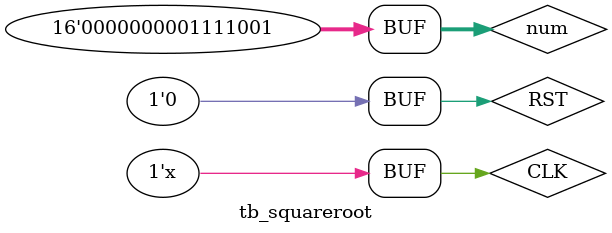
<source format=v>


`timescale 1ns/1ns

module tb_squareroot();
reg [15:0] num='b0;
wire [7:0] sqr;
wire sqr_flag;
reg CLK=0;
reg RST=1;


square_root dut(.num(num),.CLK(CLK),.RST(RST),.sqr(sqr),.sqr_flag(sqr_flag));

always #2.5 CLK=~CLK;


initial 
begin
		#2
		RST=0;
		#5
         num = 16'd4;  
		 #5;
         num = 16'd25;
		 #5;
         num = 16'd33;
		 #5;
         num = 16'd49;
		 #8;
         num = 16'd6536;
		 #8;
         num = 16'd121;
		 #7;
end

initial
begin
$monitor ("Square Root of number %d is %d",num,sqr);
end
endmodule

</source>
